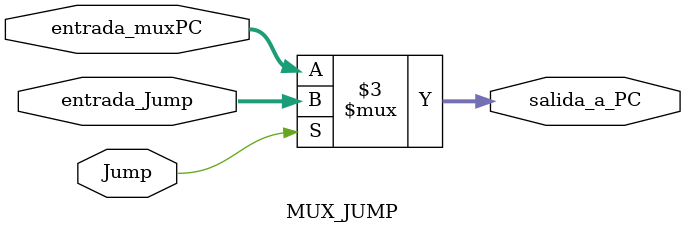
<source format=v>
module MUX_JUMP (
	input [31:0] entrada_muxPC,
	input [31:0] entrada_Jump,
	input Jump,
	output reg [31:0] salida_a_PC
);

always @* begin
	if (Jump) begin
		salida_a_PC <= entrada_Jump;
	end
	else begin
		salida_a_PC <= entrada_muxPC;
	end
end

endmodule


</source>
